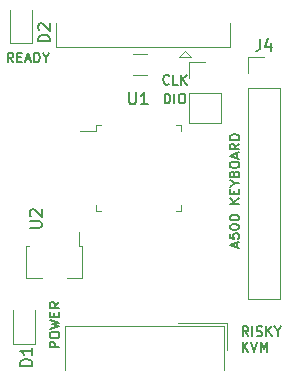
<source format=gbr>
%TF.GenerationSoftware,KiCad,Pcbnew,7.0.9*%
%TF.CreationDate,2024-08-09T20:27:09+01:00*%
%TF.ProjectId,RISKYKVM,5249534b-594b-4564-9d2e-6b696361645f,rev?*%
%TF.SameCoordinates,Original*%
%TF.FileFunction,Legend,Top*%
%TF.FilePolarity,Positive*%
%FSLAX46Y46*%
G04 Gerber Fmt 4.6, Leading zero omitted, Abs format (unit mm)*
G04 Created by KiCad (PCBNEW 7.0.9) date 2024-08-09 20:27:09*
%MOMM*%
%LPD*%
G01*
G04 APERTURE LIST*
%ADD10C,0.152400*%
%ADD11C,0.150000*%
%ADD12C,0.120000*%
G04 APERTURE END LIST*
D10*
X138060375Y-99344917D02*
X138060375Y-98957870D01*
X138292603Y-99422327D02*
X137479803Y-99151394D01*
X137479803Y-99151394D02*
X138292603Y-98880460D01*
X137479803Y-98222479D02*
X137479803Y-98609527D01*
X137479803Y-98609527D02*
X137866851Y-98648231D01*
X137866851Y-98648231D02*
X137828146Y-98609527D01*
X137828146Y-98609527D02*
X137789441Y-98532117D01*
X137789441Y-98532117D02*
X137789441Y-98338593D01*
X137789441Y-98338593D02*
X137828146Y-98261184D01*
X137828146Y-98261184D02*
X137866851Y-98222479D01*
X137866851Y-98222479D02*
X137944260Y-98183774D01*
X137944260Y-98183774D02*
X138137784Y-98183774D01*
X138137784Y-98183774D02*
X138215194Y-98222479D01*
X138215194Y-98222479D02*
X138253899Y-98261184D01*
X138253899Y-98261184D02*
X138292603Y-98338593D01*
X138292603Y-98338593D02*
X138292603Y-98532117D01*
X138292603Y-98532117D02*
X138253899Y-98609527D01*
X138253899Y-98609527D02*
X138215194Y-98648231D01*
X137479803Y-97680613D02*
X137479803Y-97603203D01*
X137479803Y-97603203D02*
X137518508Y-97525794D01*
X137518508Y-97525794D02*
X137557213Y-97487089D01*
X137557213Y-97487089D02*
X137634622Y-97448384D01*
X137634622Y-97448384D02*
X137789441Y-97409679D01*
X137789441Y-97409679D02*
X137982965Y-97409679D01*
X137982965Y-97409679D02*
X138137784Y-97448384D01*
X138137784Y-97448384D02*
X138215194Y-97487089D01*
X138215194Y-97487089D02*
X138253899Y-97525794D01*
X138253899Y-97525794D02*
X138292603Y-97603203D01*
X138292603Y-97603203D02*
X138292603Y-97680613D01*
X138292603Y-97680613D02*
X138253899Y-97758022D01*
X138253899Y-97758022D02*
X138215194Y-97796727D01*
X138215194Y-97796727D02*
X138137784Y-97835432D01*
X138137784Y-97835432D02*
X137982965Y-97874136D01*
X137982965Y-97874136D02*
X137789441Y-97874136D01*
X137789441Y-97874136D02*
X137634622Y-97835432D01*
X137634622Y-97835432D02*
X137557213Y-97796727D01*
X137557213Y-97796727D02*
X137518508Y-97758022D01*
X137518508Y-97758022D02*
X137479803Y-97680613D01*
X137479803Y-96906518D02*
X137479803Y-96829108D01*
X137479803Y-96829108D02*
X137518508Y-96751699D01*
X137518508Y-96751699D02*
X137557213Y-96712994D01*
X137557213Y-96712994D02*
X137634622Y-96674289D01*
X137634622Y-96674289D02*
X137789441Y-96635584D01*
X137789441Y-96635584D02*
X137982965Y-96635584D01*
X137982965Y-96635584D02*
X138137784Y-96674289D01*
X138137784Y-96674289D02*
X138215194Y-96712994D01*
X138215194Y-96712994D02*
X138253899Y-96751699D01*
X138253899Y-96751699D02*
X138292603Y-96829108D01*
X138292603Y-96829108D02*
X138292603Y-96906518D01*
X138292603Y-96906518D02*
X138253899Y-96983927D01*
X138253899Y-96983927D02*
X138215194Y-97022632D01*
X138215194Y-97022632D02*
X138137784Y-97061337D01*
X138137784Y-97061337D02*
X137982965Y-97100041D01*
X137982965Y-97100041D02*
X137789441Y-97100041D01*
X137789441Y-97100041D02*
X137634622Y-97061337D01*
X137634622Y-97061337D02*
X137557213Y-97022632D01*
X137557213Y-97022632D02*
X137518508Y-96983927D01*
X137518508Y-96983927D02*
X137479803Y-96906518D01*
X138292603Y-95667966D02*
X137479803Y-95667966D01*
X138292603Y-95203509D02*
X137828146Y-95551851D01*
X137479803Y-95203509D02*
X137944260Y-95667966D01*
X137866851Y-94855166D02*
X137866851Y-94584232D01*
X138292603Y-94468118D02*
X138292603Y-94855166D01*
X138292603Y-94855166D02*
X137479803Y-94855166D01*
X137479803Y-94855166D02*
X137479803Y-94468118D01*
X137905556Y-93964957D02*
X138292603Y-93964957D01*
X137479803Y-94235890D02*
X137905556Y-93964957D01*
X137905556Y-93964957D02*
X137479803Y-93694023D01*
X137866851Y-93152156D02*
X137905556Y-93036042D01*
X137905556Y-93036042D02*
X137944260Y-92997337D01*
X137944260Y-92997337D02*
X138021670Y-92958633D01*
X138021670Y-92958633D02*
X138137784Y-92958633D01*
X138137784Y-92958633D02*
X138215194Y-92997337D01*
X138215194Y-92997337D02*
X138253899Y-93036042D01*
X138253899Y-93036042D02*
X138292603Y-93113452D01*
X138292603Y-93113452D02*
X138292603Y-93423090D01*
X138292603Y-93423090D02*
X137479803Y-93423090D01*
X137479803Y-93423090D02*
X137479803Y-93152156D01*
X137479803Y-93152156D02*
X137518508Y-93074747D01*
X137518508Y-93074747D02*
X137557213Y-93036042D01*
X137557213Y-93036042D02*
X137634622Y-92997337D01*
X137634622Y-92997337D02*
X137712032Y-92997337D01*
X137712032Y-92997337D02*
X137789441Y-93036042D01*
X137789441Y-93036042D02*
X137828146Y-93074747D01*
X137828146Y-93074747D02*
X137866851Y-93152156D01*
X137866851Y-93152156D02*
X137866851Y-93423090D01*
X137479803Y-92455471D02*
X137479803Y-92300652D01*
X137479803Y-92300652D02*
X137518508Y-92223242D01*
X137518508Y-92223242D02*
X137595918Y-92145833D01*
X137595918Y-92145833D02*
X137750737Y-92107128D01*
X137750737Y-92107128D02*
X138021670Y-92107128D01*
X138021670Y-92107128D02*
X138176489Y-92145833D01*
X138176489Y-92145833D02*
X138253899Y-92223242D01*
X138253899Y-92223242D02*
X138292603Y-92300652D01*
X138292603Y-92300652D02*
X138292603Y-92455471D01*
X138292603Y-92455471D02*
X138253899Y-92532880D01*
X138253899Y-92532880D02*
X138176489Y-92610290D01*
X138176489Y-92610290D02*
X138021670Y-92648994D01*
X138021670Y-92648994D02*
X137750737Y-92648994D01*
X137750737Y-92648994D02*
X137595918Y-92610290D01*
X137595918Y-92610290D02*
X137518508Y-92532880D01*
X137518508Y-92532880D02*
X137479803Y-92455471D01*
X138060375Y-91797489D02*
X138060375Y-91410442D01*
X138292603Y-91874899D02*
X137479803Y-91603966D01*
X137479803Y-91603966D02*
X138292603Y-91333032D01*
X138292603Y-90597642D02*
X137905556Y-90868575D01*
X138292603Y-91062099D02*
X137479803Y-91062099D01*
X137479803Y-91062099D02*
X137479803Y-90752461D01*
X137479803Y-90752461D02*
X137518508Y-90675051D01*
X137518508Y-90675051D02*
X137557213Y-90636346D01*
X137557213Y-90636346D02*
X137634622Y-90597642D01*
X137634622Y-90597642D02*
X137750737Y-90597642D01*
X137750737Y-90597642D02*
X137828146Y-90636346D01*
X137828146Y-90636346D02*
X137866851Y-90675051D01*
X137866851Y-90675051D02*
X137905556Y-90752461D01*
X137905556Y-90752461D02*
X137905556Y-91062099D01*
X138292603Y-90249299D02*
X137479803Y-90249299D01*
X137479803Y-90249299D02*
X137479803Y-90055775D01*
X137479803Y-90055775D02*
X137518508Y-89939661D01*
X137518508Y-89939661D02*
X137595918Y-89862251D01*
X137595918Y-89862251D02*
X137673327Y-89823546D01*
X137673327Y-89823546D02*
X137828146Y-89784842D01*
X137828146Y-89784842D02*
X137944260Y-89784842D01*
X137944260Y-89784842D02*
X138099079Y-89823546D01*
X138099079Y-89823546D02*
X138176489Y-89862251D01*
X138176489Y-89862251D02*
X138253899Y-89939661D01*
X138253899Y-89939661D02*
X138292603Y-90055775D01*
X138292603Y-90055775D02*
X138292603Y-90249299D01*
X139058243Y-106883995D02*
X138787310Y-106496948D01*
X138593786Y-106883995D02*
X138593786Y-106071195D01*
X138593786Y-106071195D02*
X138903424Y-106071195D01*
X138903424Y-106071195D02*
X138980834Y-106109900D01*
X138980834Y-106109900D02*
X139019539Y-106148605D01*
X139019539Y-106148605D02*
X139058243Y-106226014D01*
X139058243Y-106226014D02*
X139058243Y-106342129D01*
X139058243Y-106342129D02*
X139019539Y-106419538D01*
X139019539Y-106419538D02*
X138980834Y-106458243D01*
X138980834Y-106458243D02*
X138903424Y-106496948D01*
X138903424Y-106496948D02*
X138593786Y-106496948D01*
X139406586Y-106883995D02*
X139406586Y-106071195D01*
X139754930Y-106845291D02*
X139871044Y-106883995D01*
X139871044Y-106883995D02*
X140064568Y-106883995D01*
X140064568Y-106883995D02*
X140141977Y-106845291D01*
X140141977Y-106845291D02*
X140180682Y-106806586D01*
X140180682Y-106806586D02*
X140219387Y-106729176D01*
X140219387Y-106729176D02*
X140219387Y-106651767D01*
X140219387Y-106651767D02*
X140180682Y-106574357D01*
X140180682Y-106574357D02*
X140141977Y-106535652D01*
X140141977Y-106535652D02*
X140064568Y-106496948D01*
X140064568Y-106496948D02*
X139909749Y-106458243D01*
X139909749Y-106458243D02*
X139832339Y-106419538D01*
X139832339Y-106419538D02*
X139793634Y-106380833D01*
X139793634Y-106380833D02*
X139754930Y-106303424D01*
X139754930Y-106303424D02*
X139754930Y-106226014D01*
X139754930Y-106226014D02*
X139793634Y-106148605D01*
X139793634Y-106148605D02*
X139832339Y-106109900D01*
X139832339Y-106109900D02*
X139909749Y-106071195D01*
X139909749Y-106071195D02*
X140103272Y-106071195D01*
X140103272Y-106071195D02*
X140219387Y-106109900D01*
X140567729Y-106883995D02*
X140567729Y-106071195D01*
X141032186Y-106883995D02*
X140683844Y-106419538D01*
X141032186Y-106071195D02*
X140567729Y-106535652D01*
X141535348Y-106496948D02*
X141535348Y-106883995D01*
X141264415Y-106071195D02*
X141535348Y-106496948D01*
X141535348Y-106496948D02*
X141806282Y-106071195D01*
X138593786Y-108192603D02*
X138593786Y-107379803D01*
X139058243Y-108192603D02*
X138709901Y-107728146D01*
X139058243Y-107379803D02*
X138593786Y-107844260D01*
X139290472Y-107379803D02*
X139561405Y-108192603D01*
X139561405Y-108192603D02*
X139832339Y-107379803D01*
X140103272Y-108192603D02*
X140103272Y-107379803D01*
X140103272Y-107379803D02*
X140374206Y-107960375D01*
X140374206Y-107960375D02*
X140645139Y-107379803D01*
X140645139Y-107379803D02*
X140645139Y-108192603D01*
X132358243Y-85515194D02*
X132319539Y-85553899D01*
X132319539Y-85553899D02*
X132203424Y-85592603D01*
X132203424Y-85592603D02*
X132126015Y-85592603D01*
X132126015Y-85592603D02*
X132009901Y-85553899D01*
X132009901Y-85553899D02*
X131932491Y-85476489D01*
X131932491Y-85476489D02*
X131893786Y-85399079D01*
X131893786Y-85399079D02*
X131855082Y-85244260D01*
X131855082Y-85244260D02*
X131855082Y-85128146D01*
X131855082Y-85128146D02*
X131893786Y-84973327D01*
X131893786Y-84973327D02*
X131932491Y-84895918D01*
X131932491Y-84895918D02*
X132009901Y-84818508D01*
X132009901Y-84818508D02*
X132126015Y-84779803D01*
X132126015Y-84779803D02*
X132203424Y-84779803D01*
X132203424Y-84779803D02*
X132319539Y-84818508D01*
X132319539Y-84818508D02*
X132358243Y-84857213D01*
X133093634Y-85592603D02*
X132706586Y-85592603D01*
X132706586Y-85592603D02*
X132706586Y-84779803D01*
X133364567Y-85592603D02*
X133364567Y-84779803D01*
X133829024Y-85592603D02*
X133480682Y-85128146D01*
X133829024Y-84779803D02*
X133364567Y-85244260D01*
X119158243Y-83692603D02*
X118887310Y-83305556D01*
X118693786Y-83692603D02*
X118693786Y-82879803D01*
X118693786Y-82879803D02*
X119003424Y-82879803D01*
X119003424Y-82879803D02*
X119080834Y-82918508D01*
X119080834Y-82918508D02*
X119119539Y-82957213D01*
X119119539Y-82957213D02*
X119158243Y-83034622D01*
X119158243Y-83034622D02*
X119158243Y-83150737D01*
X119158243Y-83150737D02*
X119119539Y-83228146D01*
X119119539Y-83228146D02*
X119080834Y-83266851D01*
X119080834Y-83266851D02*
X119003424Y-83305556D01*
X119003424Y-83305556D02*
X118693786Y-83305556D01*
X119506586Y-83266851D02*
X119777520Y-83266851D01*
X119893634Y-83692603D02*
X119506586Y-83692603D01*
X119506586Y-83692603D02*
X119506586Y-82879803D01*
X119506586Y-82879803D02*
X119893634Y-82879803D01*
X120203272Y-83460375D02*
X120590319Y-83460375D01*
X120125862Y-83692603D02*
X120396795Y-82879803D01*
X120396795Y-82879803D02*
X120667729Y-83692603D01*
X120938662Y-83692603D02*
X120938662Y-82879803D01*
X120938662Y-82879803D02*
X121132186Y-82879803D01*
X121132186Y-82879803D02*
X121248300Y-82918508D01*
X121248300Y-82918508D02*
X121325710Y-82995918D01*
X121325710Y-82995918D02*
X121364415Y-83073327D01*
X121364415Y-83073327D02*
X121403119Y-83228146D01*
X121403119Y-83228146D02*
X121403119Y-83344260D01*
X121403119Y-83344260D02*
X121364415Y-83499079D01*
X121364415Y-83499079D02*
X121325710Y-83576489D01*
X121325710Y-83576489D02*
X121248300Y-83653899D01*
X121248300Y-83653899D02*
X121132186Y-83692603D01*
X121132186Y-83692603D02*
X120938662Y-83692603D01*
X121906281Y-83305556D02*
X121906281Y-83692603D01*
X121635348Y-82879803D02*
X121906281Y-83305556D01*
X121906281Y-83305556D02*
X122177215Y-82879803D01*
X131993786Y-87192603D02*
X131993786Y-86379803D01*
X131993786Y-86379803D02*
X132187310Y-86379803D01*
X132187310Y-86379803D02*
X132303424Y-86418508D01*
X132303424Y-86418508D02*
X132380834Y-86495918D01*
X132380834Y-86495918D02*
X132419539Y-86573327D01*
X132419539Y-86573327D02*
X132458243Y-86728146D01*
X132458243Y-86728146D02*
X132458243Y-86844260D01*
X132458243Y-86844260D02*
X132419539Y-86999079D01*
X132419539Y-86999079D02*
X132380834Y-87076489D01*
X132380834Y-87076489D02*
X132303424Y-87153899D01*
X132303424Y-87153899D02*
X132187310Y-87192603D01*
X132187310Y-87192603D02*
X131993786Y-87192603D01*
X132806586Y-87192603D02*
X132806586Y-86379803D01*
X133348453Y-86379803D02*
X133503272Y-86379803D01*
X133503272Y-86379803D02*
X133580682Y-86418508D01*
X133580682Y-86418508D02*
X133658091Y-86495918D01*
X133658091Y-86495918D02*
X133696796Y-86650737D01*
X133696796Y-86650737D02*
X133696796Y-86921670D01*
X133696796Y-86921670D02*
X133658091Y-87076489D01*
X133658091Y-87076489D02*
X133580682Y-87153899D01*
X133580682Y-87153899D02*
X133503272Y-87192603D01*
X133503272Y-87192603D02*
X133348453Y-87192603D01*
X133348453Y-87192603D02*
X133271044Y-87153899D01*
X133271044Y-87153899D02*
X133193634Y-87076489D01*
X133193634Y-87076489D02*
X133154930Y-86921670D01*
X133154930Y-86921670D02*
X133154930Y-86650737D01*
X133154930Y-86650737D02*
X133193634Y-86495918D01*
X133193634Y-86495918D02*
X133271044Y-86418508D01*
X133271044Y-86418508D02*
X133348453Y-86379803D01*
X123042603Y-107831213D02*
X122229803Y-107831213D01*
X122229803Y-107831213D02*
X122229803Y-107521575D01*
X122229803Y-107521575D02*
X122268508Y-107444165D01*
X122268508Y-107444165D02*
X122307213Y-107405460D01*
X122307213Y-107405460D02*
X122384622Y-107366756D01*
X122384622Y-107366756D02*
X122500737Y-107366756D01*
X122500737Y-107366756D02*
X122578146Y-107405460D01*
X122578146Y-107405460D02*
X122616851Y-107444165D01*
X122616851Y-107444165D02*
X122655556Y-107521575D01*
X122655556Y-107521575D02*
X122655556Y-107831213D01*
X122229803Y-106863594D02*
X122229803Y-106708775D01*
X122229803Y-106708775D02*
X122268508Y-106631365D01*
X122268508Y-106631365D02*
X122345918Y-106553956D01*
X122345918Y-106553956D02*
X122500737Y-106515251D01*
X122500737Y-106515251D02*
X122771670Y-106515251D01*
X122771670Y-106515251D02*
X122926489Y-106553956D01*
X122926489Y-106553956D02*
X123003899Y-106631365D01*
X123003899Y-106631365D02*
X123042603Y-106708775D01*
X123042603Y-106708775D02*
X123042603Y-106863594D01*
X123042603Y-106863594D02*
X123003899Y-106941003D01*
X123003899Y-106941003D02*
X122926489Y-107018413D01*
X122926489Y-107018413D02*
X122771670Y-107057117D01*
X122771670Y-107057117D02*
X122500737Y-107057117D01*
X122500737Y-107057117D02*
X122345918Y-107018413D01*
X122345918Y-107018413D02*
X122268508Y-106941003D01*
X122268508Y-106941003D02*
X122229803Y-106863594D01*
X122229803Y-106244317D02*
X123042603Y-106050793D01*
X123042603Y-106050793D02*
X122462032Y-105895974D01*
X122462032Y-105895974D02*
X123042603Y-105741155D01*
X123042603Y-105741155D02*
X122229803Y-105547632D01*
X122616851Y-105237994D02*
X122616851Y-104967060D01*
X123042603Y-104850946D02*
X123042603Y-105237994D01*
X123042603Y-105237994D02*
X122229803Y-105237994D01*
X122229803Y-105237994D02*
X122229803Y-104850946D01*
X123042603Y-104038147D02*
X122655556Y-104309080D01*
X123042603Y-104502604D02*
X122229803Y-104502604D01*
X122229803Y-104502604D02*
X122229803Y-104192966D01*
X122229803Y-104192966D02*
X122268508Y-104115556D01*
X122268508Y-104115556D02*
X122307213Y-104076851D01*
X122307213Y-104076851D02*
X122384622Y-104038147D01*
X122384622Y-104038147D02*
X122500737Y-104038147D01*
X122500737Y-104038147D02*
X122578146Y-104076851D01*
X122578146Y-104076851D02*
X122616851Y-104115556D01*
X122616851Y-104115556D02*
X122655556Y-104192966D01*
X122655556Y-104192966D02*
X122655556Y-104502604D01*
D11*
X122254819Y-81938094D02*
X121254819Y-81938094D01*
X121254819Y-81938094D02*
X121254819Y-81699999D01*
X121254819Y-81699999D02*
X121302438Y-81557142D01*
X121302438Y-81557142D02*
X121397676Y-81461904D01*
X121397676Y-81461904D02*
X121492914Y-81414285D01*
X121492914Y-81414285D02*
X121683390Y-81366666D01*
X121683390Y-81366666D02*
X121826247Y-81366666D01*
X121826247Y-81366666D02*
X122016723Y-81414285D01*
X122016723Y-81414285D02*
X122111961Y-81461904D01*
X122111961Y-81461904D02*
X122207200Y-81557142D01*
X122207200Y-81557142D02*
X122254819Y-81699999D01*
X122254819Y-81699999D02*
X122254819Y-81938094D01*
X121350057Y-80985713D02*
X121302438Y-80938094D01*
X121302438Y-80938094D02*
X121254819Y-80842856D01*
X121254819Y-80842856D02*
X121254819Y-80604761D01*
X121254819Y-80604761D02*
X121302438Y-80509523D01*
X121302438Y-80509523D02*
X121350057Y-80461904D01*
X121350057Y-80461904D02*
X121445295Y-80414285D01*
X121445295Y-80414285D02*
X121540533Y-80414285D01*
X121540533Y-80414285D02*
X121683390Y-80461904D01*
X121683390Y-80461904D02*
X122254819Y-81033332D01*
X122254819Y-81033332D02*
X122254819Y-80414285D01*
X140056666Y-81734819D02*
X140056666Y-82449104D01*
X140056666Y-82449104D02*
X140009047Y-82591961D01*
X140009047Y-82591961D02*
X139913809Y-82687200D01*
X139913809Y-82687200D02*
X139770952Y-82734819D01*
X139770952Y-82734819D02*
X139675714Y-82734819D01*
X140961428Y-82068152D02*
X140961428Y-82734819D01*
X140723333Y-81687200D02*
X140485238Y-82401485D01*
X140485238Y-82401485D02*
X141104285Y-82401485D01*
X120754819Y-109398094D02*
X119754819Y-109398094D01*
X119754819Y-109398094D02*
X119754819Y-109159999D01*
X119754819Y-109159999D02*
X119802438Y-109017142D01*
X119802438Y-109017142D02*
X119897676Y-108921904D01*
X119897676Y-108921904D02*
X119992914Y-108874285D01*
X119992914Y-108874285D02*
X120183390Y-108826666D01*
X120183390Y-108826666D02*
X120326247Y-108826666D01*
X120326247Y-108826666D02*
X120516723Y-108874285D01*
X120516723Y-108874285D02*
X120611961Y-108921904D01*
X120611961Y-108921904D02*
X120707200Y-109017142D01*
X120707200Y-109017142D02*
X120754819Y-109159999D01*
X120754819Y-109159999D02*
X120754819Y-109398094D01*
X120754819Y-107874285D02*
X120754819Y-108445713D01*
X120754819Y-108159999D02*
X119754819Y-108159999D01*
X119754819Y-108159999D02*
X119897676Y-108255237D01*
X119897676Y-108255237D02*
X119992914Y-108350475D01*
X119992914Y-108350475D02*
X120040533Y-108445713D01*
X128978095Y-86257319D02*
X128978095Y-87066842D01*
X128978095Y-87066842D02*
X129025714Y-87162080D01*
X129025714Y-87162080D02*
X129073333Y-87209700D01*
X129073333Y-87209700D02*
X129168571Y-87257319D01*
X129168571Y-87257319D02*
X129359047Y-87257319D01*
X129359047Y-87257319D02*
X129454285Y-87209700D01*
X129454285Y-87209700D02*
X129501904Y-87162080D01*
X129501904Y-87162080D02*
X129549523Y-87066842D01*
X129549523Y-87066842D02*
X129549523Y-86257319D01*
X130549523Y-87257319D02*
X129978095Y-87257319D01*
X130263809Y-87257319D02*
X130263809Y-86257319D01*
X130263809Y-86257319D02*
X130168571Y-86400176D01*
X130168571Y-86400176D02*
X130073333Y-86495414D01*
X130073333Y-86495414D02*
X129978095Y-86543033D01*
X120560819Y-97737004D02*
X121370342Y-97737004D01*
X121370342Y-97737004D02*
X121465580Y-97689385D01*
X121465580Y-97689385D02*
X121513200Y-97641766D01*
X121513200Y-97641766D02*
X121560819Y-97546528D01*
X121560819Y-97546528D02*
X121560819Y-97356052D01*
X121560819Y-97356052D02*
X121513200Y-97260814D01*
X121513200Y-97260814D02*
X121465580Y-97213195D01*
X121465580Y-97213195D02*
X121370342Y-97165576D01*
X121370342Y-97165576D02*
X120560819Y-97165576D01*
X120656057Y-96737004D02*
X120608438Y-96689385D01*
X120608438Y-96689385D02*
X120560819Y-96594147D01*
X120560819Y-96594147D02*
X120560819Y-96356052D01*
X120560819Y-96356052D02*
X120608438Y-96260814D01*
X120608438Y-96260814D02*
X120656057Y-96213195D01*
X120656057Y-96213195D02*
X120751295Y-96165576D01*
X120751295Y-96165576D02*
X120846533Y-96165576D01*
X120846533Y-96165576D02*
X120989390Y-96213195D01*
X120989390Y-96213195D02*
X121560819Y-96784623D01*
X121560819Y-96784623D02*
X121560819Y-96165576D01*
D12*
%TO.C,D2*%
X118840000Y-82107500D02*
X120760000Y-82107500D01*
X120760000Y-82107500D02*
X120760000Y-79247500D01*
X118840000Y-79247500D02*
X118840000Y-82107500D01*
%TO.C,J4*%
X139060000Y-83280000D02*
X140390000Y-83280000D01*
X139060000Y-84610000D02*
X139060000Y-83280000D01*
X139060000Y-85880000D02*
X139060000Y-103720000D01*
X139060000Y-85880000D02*
X141720000Y-85880000D01*
X139060000Y-103720000D02*
X141720000Y-103720000D01*
X141720000Y-85880000D02*
X141720000Y-103720000D01*
%TO.C,F1*%
X130464564Y-84810000D02*
X129260436Y-84810000D01*
X130464564Y-82990000D02*
X129260436Y-82990000D01*
%TO.C,J3*%
X137535000Y-82387100D02*
X137535000Y-80407100D01*
X137535000Y-82387100D02*
X122815000Y-82387100D01*
X134175000Y-83267100D02*
X133675000Y-82767100D01*
X133675000Y-82767100D02*
X133175000Y-83267100D01*
X133175000Y-83267100D02*
X134175000Y-83267100D01*
X122815000Y-80407100D02*
X122815000Y-82387100D01*
%TO.C,J1*%
X123576667Y-106037500D02*
X123576667Y-109777500D01*
X137023333Y-106037500D02*
X123576667Y-106037500D01*
X137023333Y-109777500D02*
X137023333Y-106037500D01*
X137263333Y-105797500D02*
X133070000Y-105797500D01*
X137263333Y-108037500D02*
X137263333Y-105797500D01*
%TO.C,D1*%
X119100000Y-107565000D02*
X121020000Y-107565000D01*
X121020000Y-107565000D02*
X121020000Y-104705000D01*
X119100000Y-104705000D02*
X119100000Y-107565000D01*
%TO.C,U1*%
X126130000Y-89042500D02*
X126130000Y-89492500D01*
X126130000Y-89492500D02*
X124840000Y-89492500D01*
X126130000Y-96262500D02*
X126130000Y-95812500D01*
X126580000Y-89042500D02*
X126130000Y-89042500D01*
X126580000Y-96262500D02*
X126130000Y-96262500D01*
X132900000Y-89042500D02*
X133350000Y-89042500D01*
X132900000Y-96262500D02*
X133350000Y-96262500D01*
X133350000Y-89042500D02*
X133350000Y-89492500D01*
X133350000Y-96262500D02*
X133350000Y-95812500D01*
%TO.C,U2*%
X124760000Y-98102500D02*
X124760000Y-99242500D01*
X124990000Y-99242500D02*
X124760000Y-99242500D01*
X124990000Y-99242500D02*
X124990000Y-101962500D01*
X120270000Y-99242500D02*
X120500000Y-99242500D01*
X124990000Y-101962500D02*
X123680000Y-101962500D01*
X121580000Y-101962500D02*
X120270000Y-101962500D01*
X120270000Y-101962500D02*
X120270000Y-99242500D01*
%TO.C,J2*%
X134070000Y-83670000D02*
X135400000Y-83670000D01*
X134070000Y-85000000D02*
X134070000Y-83670000D01*
X134070000Y-86270000D02*
X134070000Y-88870000D01*
X134070000Y-86270000D02*
X136730000Y-86270000D01*
X134070000Y-88870000D02*
X136730000Y-88870000D01*
X136730000Y-86270000D02*
X136730000Y-88870000D01*
%TD*%
M02*

</source>
